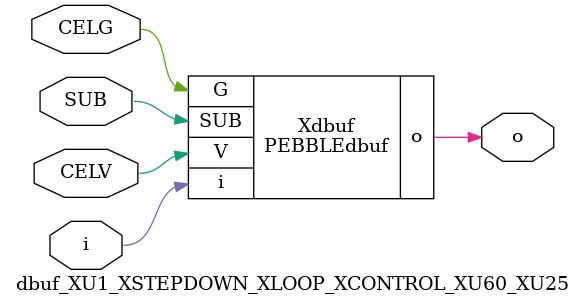
<source format=v>



module PEBBLEdbuf ( o, G, SUB, V, i );

  input V;
  input i;
  input G;
  output o;
  input SUB;
endmodule

//Celera Confidential Do Not Copy dbuf_XU1_XSTEPDOWN_XLOOP_XCONTROL_XU60_XU25
//Celera Confidential Symbol Generator
//Digital Buffer
module dbuf_XU1_XSTEPDOWN_XLOOP_XCONTROL_XU60_XU25 (CELV,CELG,i,o,SUB);
input CELV;
input CELG;
input i;
input SUB;
output o;

//Celera Confidential Do Not Copy dbuf
PEBBLEdbuf Xdbuf(
.V (CELV),
.i (i),
.o (o),
.SUB (SUB),
.G (CELG)
);
//,diesize,PEBBLEdbuf

//Celera Confidential Do Not Copy Module End
//Celera Schematic Generator
endmodule

</source>
